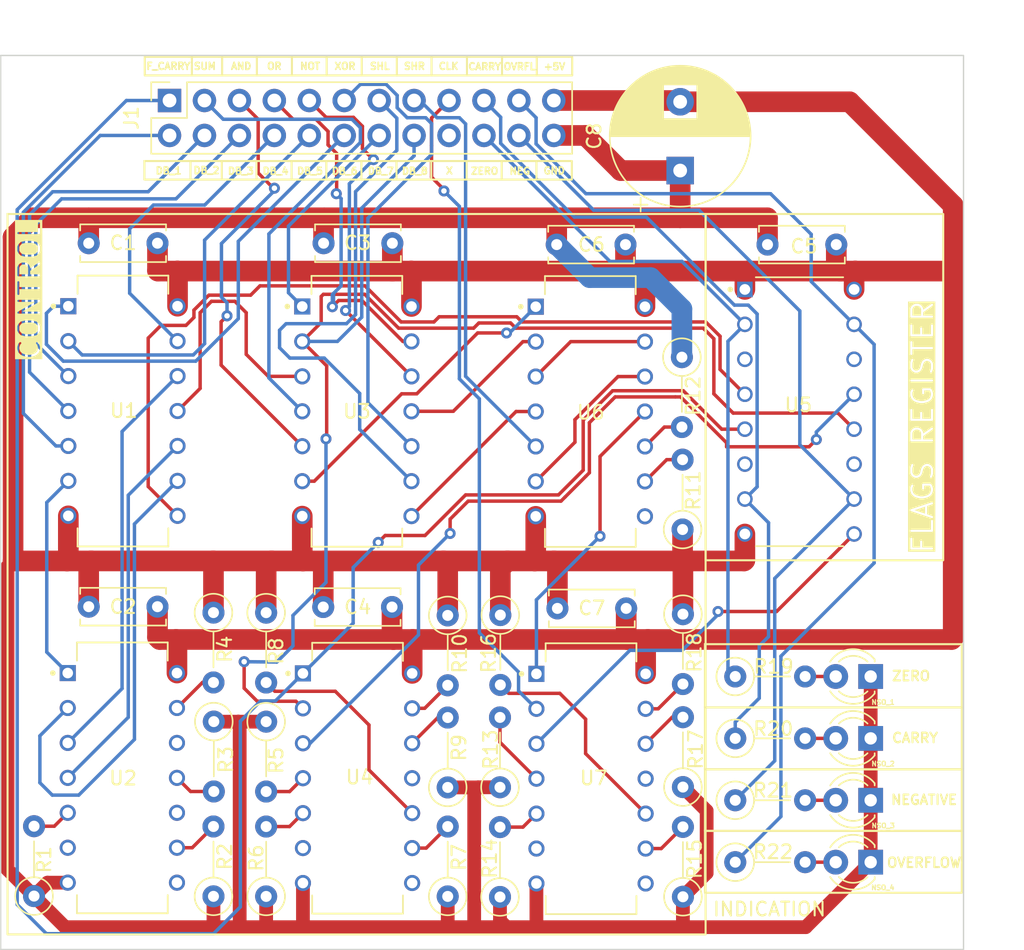
<source format=kicad_pcb>
(kicad_pcb (version 20221018) (generator pcbnew)
  (layers (0 "F.Cu" signal) (31 "B.Cu" signal) (34 "B.Paste" user) (35 "F.Paste" user) (36 "B.SilkS" user "B.Silkscreen") (37 "F.SilkS" user "F.Silkscreen") (38 "B.Mask" user) (39 "F.Mask" user) (44 "Edge.Cuts" user))
  (net 0 "")
  (net 1 "GND")
  (net 2 "+5V")
  (net 3 "/F_CARRY")
  (net 4 "/DB_1")
  (net 5 "/n_SUM_EN")
  (net 6 "/DB_2")
  (net 7 "/n_AND_EN")
  (net 8 "/DB_3")
  (net 9 "/n_OR_EN")
  (net 10 "/DB_4")
  (net 11 "/n_NOT_EN")
  (net 12 "/DB_5")
  (net 13 "/n_XOR_EN")
  (net 14 "/DB_6")
  (net 15 "/n_SHL_EN")
  (net 16 "/DB_7")
  (net 17 "/n_SHR_EN")
  (net 18 "/DB_8")
  (net 19 "/CARRY")
  (net 20 "/ZERO")
  (net 21 "/OVERFLOW")
  (net 22 "/NEGATIVE")
  (net 23 "/CLK")
  (net 24 "Net-(NSO_1-A)")
  (net 25 "Net-(NSO_2-A)")
  (net 26 "Net-(NSO_3-A)")
  (net 27 "Net-(NSO_4-A)")
  (net 28 "Net-(U2-3A)")
  (net 29 "Net-(U2-4A)")
  (net 30 "Net-(U2-5A)")
  (net 31 "Net-(U2-6A)")
  (net 32 "Net-(U4-2A)")
  (net 33 "Net-(U4-2B)")
  (net 34 "Net-(U4-3A)")
  (net 35 "Net-(U4-3B)")
  (net 36 "Net-(U4-4A)")
  (net 37 "Net-(U4-4B)")
  (net 38 "Net-(U6-3A)")
  (net 39 "Net-(U6-3B)")
  (net 40 "Net-(U7-2A)")
  (net 41 "Net-(U7-2B)")
  (net 42 "Net-(U7-3A)")
  (net 43 "Net-(U7-3B)")
  (net 44 "Net-(U7-4A)")
  (net 45 "Net-(U7-4B)")
  (net 46 "O1_O2_O3")
  (net 47 "F_ZERO")
  (net 48 "n_O1_O2_O3")
  (net 49 "n_O4_O5_O6")
  (net 50 "n_O7_O8")
  (net 51 "O4_O5_O6")
  (net 56 "SUM_OR_AND")
  (net 57 "XOR_OR_SHL")
  (net 58 "NOT_OR_OR")
  (net 59 "F_OVERFLOW")
  (net 65 "CLK_FLAGS")
  (net 68 "SUM_OR_AND_OR_NOT_OR_OR")
  (net 69 "XOR_OR_SHL_OR_SHR")
  (net 71 "EN_WRITE_FLAGS")
  (footprint "LED_THT:LED_D3.0mm" (layer "F.Cu") (at 163.4 129.775 180)
    (fp_text reference "NSO_3")
    (fp_text value "LED")
  )
  (footprint "Capacitor_THT:C_Disc_D6.0mm_W2.5mm_P5.00mm" (layer "F.Cu") (at 140.625 115.825)
    (fp_text reference "C7")
    (fp_text value "C")
  )
  (footprint "Resistor_THT:R_Axial_DIN0207_L6.3mm_D2.5mm_P5.08mm_Vertical" (layer "F.Cu") (at 132.65 116.335 -90)
    (fp_text reference "R10")
    (fp_text value "R")
  )
  (footprint "Connector_PinSocket_2.54mm:PinSocket_2x12_P2.54mm_Vertical" (layer "F.Cu") (at 112.425 78.9 90)
    (fp_text reference "J1")
    (fp_text value "Conn_02x12_Odd_Even")
  )
  (footprint "Resistor_THT:R_Axial_DIN0207_L6.3mm_D2.5mm_P5.08mm_Vertical" (layer "F.Cu") (at 136.45 136.805 90)
    (fp_text reference "R14")
    (fp_text value "R")
  )
  (footprint "Resistor_THT:R_Axial_DIN0207_L6.3mm_D2.5mm_P5.08mm_Vertical" (layer "F.Cu") (at 149.75 136.79 90)
    (fp_text reference "R15")
    (fp_text value "R")
  )
  (footprint "Resistor_THT:R_Axial_DIN0207_L6.3mm_D2.5mm_P5.08mm_Vertical" (layer "F.Cu") (at 153.555 129.775)
    (fp_text reference "R21")
    (fp_text value "R")
  )
  (footprint "SN74HC86N:DIP794W45P254L1969H508Q14" (layer "F.Cu") (at 126.095 128.17)
    (fp_text reference "U4")
    (fp_text value "SN74HC86N")
  )
  (footprint "Resistor_THT:R_Axial_DIN0207_L6.3mm_D2.5mm_P5.08mm_Vertical" (layer "F.Cu") (at 149.75 128.815 90)
    (fp_text reference "R17")
    (fp_text value "R")
  )
  (footprint "SN74HC14N:DIP794W45P254L1969H508Q14" (layer "F.Cu") (at 108.995 128.145)
    (fp_text reference "U2")
    (fp_text value "SN74HC14N")
  )
  (footprint "Resistor_THT:R_Axial_DIN0207_L6.3mm_D2.5mm_P5.08mm_Vertical" (layer "F.Cu") (at 102.575 136.74 90)
    (fp_text reference "R1")
    (fp_text value "R")
  )
  (footprint "Capacitor_THT:C_Disc_D6.0mm_W2.5mm_P5.00mm" (layer "F.Cu") (at 106.55 115.7)
    (fp_text reference "C2")
    (fp_text value "C")
  )
  (footprint "Resistor_THT:R_Axial_DIN0207_L6.3mm_D2.5mm_P5.08mm_Vertical" (layer "F.Cu") (at 119.45 124.06 -90)
    (fp_text reference "R5")
    (fp_text value "R")
  )
  (footprint "LED_THT:LED_D3.0mm" (layer "F.Cu") (at 163.4 120.775 180)
    (fp_text reference "NSO_1")
    (fp_text value "LED")
  )
  (footprint "Resistor_THT:R_Axial_DIN0207_L6.3mm_D2.5mm_P5.08mm_Vertical" (layer "F.Cu") (at 136.45 128.83 90)
    (fp_text reference "R13")
    (fp_text value "R")
  )
  (footprint "Capacitor_THT:C_Disc_D6.0mm_W2.5mm_P5.00mm" (layer "F.Cu") (at 123.625 89.275)
    (fp_text reference "C3")
    (fp_text value "C")
  )
  (footprint "Resistor_THT:R_Axial_DIN0207_L6.3mm_D2.5mm_P5.08mm_Vertical" (layer "F.Cu") (at 115.62 136.76 90)
    (fp_text reference "R2")
    (fp_text value "R")
  )
  (footprint "LED_THT:LED_D3.0mm" (layer "F.Cu") (at 163.4 134.275 180)
    (fp_text reference "NSO_4")
    (fp_text value "LED")
  )
  (footprint "Resistor_THT:R_Axial_DIN0207_L6.3mm_D2.5mm_P5.08mm_Vertical" (layer "F.Cu") (at 132.65 136.765 90)
    (fp_text reference "R7")
    (fp_text value "R")
  )
  (footprint "Resistor_THT:R_Axial_DIN0207_L6.3mm_D2.5mm_P5.08mm_Vertical" (layer "F.Cu") (at 153.555 120.775)
    (fp_text reference "R19")
    (fp_text value "R")
  )
  (footprint "Resistor_THT:R_Axial_DIN0207_L6.3mm_D2.5mm_P5.08mm_Vertical" (layer "F.Cu") (at 149.725 110.09 90)
    (fp_text reference "R11")
    (fp_text value "R")
  )
  (footprint "SN74HC32N:DIP794W45P254L1969H508Q14" (layer "F.Cu") (at 143.02 101.51)
    (fp_text reference "U6")
    (fp_text value "SN74HC32N")
  )
  (footprint "SN74HC32N:DIP794W45P254L1969H508Q14" (layer "F.Cu") (at 126.045 101.495)
    (fp_text reference "U3")
    (fp_text value "SN74HC32N")
  )
  (footprint "Resistor_THT:R_Axial_DIN0207_L6.3mm_D2.5mm_P5.08mm_Vertical" (layer "F.Cu") (at 119.45 116.135 -90)
    (fp_text reference "R8")
    (fp_text value "R")
  )
  (footprint "Resistor_THT:R_Axial_DIN0207_L6.3mm_D2.5mm_P5.08mm_Vertical" (layer "F.Cu") (at 115.62 116.13 -90)
    (fp_text reference "R4")
    (fp_text value "R")
  )
  (footprint "Resistor_THT:R_Axial_DIN0207_L6.3mm_D2.5mm_P5.08mm_Vertical" (layer "F.Cu") (at 132.65 128.84 90)
    (fp_text reference "R9")
    (fp_text value "R")
  )
  (footprint "Resistor_THT:R_Axial_DIN0207_L6.3mm_D2.5mm_P5.08mm_Vertical" (layer "F.Cu") (at 136.475 116.31 -90)
    (fp_text reference "R16")
    (fp_text value "R")
  )
  (footprint "Resistor_THT:R_Axial_DIN0207_L6.3mm_D2.5mm_P5.08mm_Vertical" (layer "F.Cu") (at 149.75 116.245 -90)
    (fp_text reference "R18")
    (fp_text value "R")
  )
  (footprint "Capacitor_THT:C_Disc_D6.0mm_W2.5mm_P5.00mm" (layer "F.Cu") (at 140.575 89.375)
    (fp_text reference "C6")
    (fp_text value "C")
  )
  (footprint "SN74HC27N:DIP794W45P254L1969H508Q14" (layer "F.Cu") (at 109.0375 101.475)
    (fp_text reference "U1")
    (fp_text value "SN74HC27N")
  )
  (footprint "Resistor_THT:R_Axial_DIN0207_L6.3mm_D2.5mm_P5.08mm_Vertical" (layer "F.Cu") (at 153.555 125.275)
    (fp_text reference "R20")
    (fp_text value "R")
  )
  (footprint "Capacitor_THT:C_Disc_D6.0mm_W2.5mm_P5.00mm" (layer "F.Cu") (at 155.9 89.375)
    (fp_text reference "C5")
    (fp_text value "C")
  )
  (footprint "Resistor_THT:R_Axial_DIN0207_L6.3mm_D2.5mm_P5.08mm_Vertical" (layer "F.Cu") (at 119.45 136.765 90)
    (fp_text reference "R6")
    (fp_text value "R")
  )
  (footprint "Resistor_THT:R_Axial_DIN0207_L6.3mm_D2.5mm_P5.08mm_Vertical" (layer "F.Cu") (at 149.675 97.56 -90)
    (fp_text reference "R12")
    (fp_text value "R")
  )
  (footprint "SN74HC175N:DIP794W45P254L1969H508Q16" (layer "F.Cu") (at 158.225 101.525)
    (fp_text reference "U5")
    (fp_text value "SN74HC175N")
  )
  (footprint "Capacitor_THT:CP_Radial_D10.0mm_P5.00mm" (layer "F.Cu") (at 149.55 83.992677 90)
    (fp_text reference "C8")
    (fp_text value "C")
  )
  (footprint "SN74HC08N:DIP794W45P254L1969H508Q14" (layer "F.Cu") (at 143.07 128.205)
    (fp_text reference "U7")
    (fp_text value "SN74HC08N")
  )
  (footprint "Resistor_THT:R_Axial_DIN0207_L6.3mm_D2.5mm_P5.08mm_Vertical" (layer "F.Cu") (at 153.555 134.275)
    (fp_text reference "R22")
    (fp_text value "R")
  )
  (footprint "Capacitor_THT:C_Disc_D6.0mm_W2.5mm_P5.00mm" (layer "F.Cu") (at 106.55 89.275)
    (fp_text reference "C1")
    (fp_text value "C")
  )
  (footprint "Resistor_THT:R_Axial_DIN0207_L6.3mm_D2.5mm_P5.08mm_Vertical" (layer "F.Cu") (at 115.645 124.055 -90)
    (fp_text reference "R3")
    (fp_text value "R")
  )
  (footprint "Capacitor_THT:C_Disc_D6.0mm_W2.5mm_P5.00mm" (layer "F.Cu") (at 123.6 115.725)
    (fp_text reference "C4")
    (fp_text value "C")
  )
  (footprint "LED_THT:LED_D3.0mm" (layer "F.Cu") (at 163.4 125.275 180)
    (fp_text reference "NSO_2")
    (fp_text value "LED")
  )
  (gr_line (start 128.925 84.65) (end 128.925 83.35) (stroke (width 0.15)) (layer "F.SilkS"))
  (gr_line (start 118.775 77.05) (end 118.775 75.75) (stroke (width 0.15)) (layer "F.SilkS"))
  (gr_rect (start 110.625 75.725) (end 141.7 77.075) (stroke (width 0.15)) (fill none) (layer "F.SilkS"))
  (gr_line (start 126.4 77.025) (end 126.4 75.725) (stroke (width 0.15)) (layer "F.SilkS"))
  (gr_line (start 134.05 77.025) (end 134.05 75.725) (stroke (width 0.15)) (layer "F.SilkS"))
  (gr_line (start 136.575 84.6) (end 136.575 83.3) (stroke (width 0.15)) (layer "F.SilkS"))
  (gr_line (start 116.25 77.05) (end 116.25 75.75) (stroke (width 0.15)) (layer "F.SilkS"))
  (gr_rect (start 151.35 132) (end 170.025 136.5) (stroke (width 0.15)) (fill none) (layer "F.SilkS"))
  (gr_line (start 139.1 84.625) (end 139.1 83.325) (stroke (width 0.15)) (layer "F.SilkS"))
  (gr_line (start 113.95 83.35) (end 113.95 84.6) (stroke (width 0.15)) (layer "F.SilkS"))
  (gr_rect (start 151.35 123.025) (end 170.025 127.525) (stroke (width 0.15)) (fill none) (layer "F.SilkS"))
  (gr_line (start 131.475 77.05) (end 131.475 75.75) (stroke (width 0.15)) (layer "F.SilkS"))
  (gr_rect (start 151.35 127.525) (end 170.025 132) (stroke (width 0.15)) (fill none) (layer "F.SilkS"))
  (gr_line (start 131.45 84.625) (end 131.45 83.325) (stroke (width 0.15)) (layer "F.SilkS"))
  (gr_rect (start 151.35 118.425) (end 170.025 123.025) (stroke (width 0.15)) (fill none) (layer "F.SilkS"))
  (gr_line (start 116.225 84.625) (end 116.225 83.325) (stroke (width 0.15)) (layer "F.SilkS"))
  (gr_line (start 121.3 84.625) (end 121.3 83.325) (stroke (width 0.15)) (layer "F.SilkS"))
  (gr_line (start 126.375 84.6) (end 126.375 83.3) (stroke (width 0.15)) (layer "F.SilkS"))
  (gr_line (start 136.6 77.025) (end 136.6 75.725) (stroke (width 0.15)) (layer "F.SilkS"))
  (gr_line (start 118.75 84.625) (end 118.75 83.325) (stroke (width 0.15)) (layer "F.SilkS"))
  (gr_line (start 123.85 77.025) (end 123.85 75.725) (stroke (width 0.15)) (layer "F.SilkS"))
  (gr_rect (start 151.4 87.15) (end 168.675 112.325) (stroke (width 0.15)) (fill none) (layer "F.SilkS"))
  (gr_line (start 114.05 75.75) (end 114.05 77.025) (stroke (width 0.15)) (layer "F.SilkS"))
  (gr_line (start 121.325 77.05) (end 121.325 75.75) (stroke (width 0.15)) (layer "F.SilkS"))
  (gr_line (start 134.025 84.6) (end 134.025 83.3) (stroke (width 0.15)) (layer "F.SilkS"))
  (gr_line (start 139.125 77.05) (end 139.125 75.75) (stroke (width 0.15)) (layer "F.SilkS"))
  (gr_line (start 123.825 84.6) (end 123.825 83.3) (stroke (width 0.15)) (layer "F.SilkS"))
  (gr_rect (start 110.6 83.3) (end 141.675 84.65) (stroke (width 0.15)) (fill none) (layer "F.SilkS"))
  (gr_line (start 128.95 77.075) (end 128.95 75.775) (stroke (width 0.15)) (layer "F.SilkS"))
  (gr_rect (start 100.65 87.15) (end 151.4 139.525) (stroke (width 0.15)) (fill none) (layer "F.SilkS"))
  (gr_rect (start 100.15 75.625) (end 170.15 140.625) (stroke (width 0.1)) (fill none) (layer "Edge.Cuts"))
  (gr_text "NOT" (at 121.85 76.7) (layer "F.SilkS") (effects (font (size 0.5 0.5) (thickness 0.125)) (justify left bottom)))
  (gr_text "ZERO" (at 164.875 121.15) (layer "F.SilkS") (effects (font (size 0.7 0.7)) (justify left bottom)))
  (gr_text "X" (at 132.45 84.3) (layer "F.SilkS") (effects (font (size 0.5 0.5) (thickness 0.125)) (justify left bottom)))
  (gr_text "SHL\n" (at 126.925 76.7) (layer "F.SilkS") (effects (font (size 0.5 0.5) (thickness 0.125)) (justify left bottom)))
  (gr_text "INDICATION\n" (at 151.85 138.275) (layer "F.SilkS") (effects (font (size 1 1)) (justify left bottom)))
  (gr_text "AND\n" (at 116.825 76.7) (layer "F.SilkS") (effects (font (size 0.5 0.5) (thickness 0.125)) (justify left bottom)))
  (gr_text "CLK\n" (at 131.925 76.7) (layer "F.SilkS") (effects (font (size 0.5 0.5) (thickness 0.125)) (justify left bottom)))
  (gr_text "F_CARRY" (at 110.675 76.7) (layer "F.SilkS") (effects (font (size 0.5 0.5) (thickness 0.125)) (justify left bottom)))
  (gr_text "DB_5" (at 121.625 84.325) (layer "F.SilkS") (effects (font (size 0.5 0.5) (thickness 0.125)) (justify left bottom)))
  (gr_text "DB_8" (at 129.25 84.325) (layer "F.SilkS") (effects (font (size 0.5 0.5) (thickness 0.125)) (justify left bottom)))
  (gr_text "OVRFL\n" (at 136.65 76.725) (layer "F.SilkS") (effects (font (size 0.5 0.5) (thickness 0.125)) (justify left bottom)))
  (gr_text "DB_4" (at 119.125 84.325) (layer "F.SilkS") (effects (font (size 0.5 0.5) (thickness 0.125)) (justify left bottom)))
  (gr_text "GND" (at 139.55 84.3) (layer "F.SilkS") (effects (font (size 0.5 0.5) (thickness 0.125)) (justify left bottom)))
  (gr_text "XOR" (at 124.35 76.7) (layer "F.SilkS") (effects (font (size 0.5 0.5) (thickness 0.125)) (justify left bottom)))
  (gr_text "CARRY\n" (at 134.075 76.725) (layer "F.SilkS") (effects (font (size 0.5 0.5) (thickness 0.125)) (justify left bottom)))
  (gr_text "+5V\n" (at 139.575 76.725) (layer "F.SilkS") (effects (font (size 0.5 0.5) (thickness 0.125)) (justify left bottom)))
  (gr_text "DB_3\n" (at 116.6 84.325) (layer "F.SilkS") (effects (font (size 0.5 0.5) (thickness 0.125)) (justify left bottom)))
  (gr_text "OR" (at 119.45 76.7) (layer "F.SilkS") (effects (font (size 0.5 0.5) (thickness 0.125)) (justify left bottom)))
  (gr_text "SUM" (at 114.125 76.7) (layer "F.SilkS") (effects (font (size 0.5 0.5) (thickness 0.125)) (justify left bottom)))
  (gr_text "CARRY\n" (at 164.875 125.65) (layer "F.SilkS") (effects (font (size 0.7 0.7)) (justify left bottom)))
  (gr_text "DB_6" (at 124.15 84.325) (layer "F.SilkS") (effects (font (size 0.5 0.5) (thickness 0.125)) (justify left bottom)))
  (gr_text "DB_2\n" (at 114.1 84.275) (layer "F.SilkS") (effects (font (size 0.5 0.5) (thickness 0.125)) (justify left bottom)))
  (gr_text "OVERFLOW\n" (at 164.5 134.725) (layer "F.SilkS") (effects (font (size 0.7 0.7)) (justify left bottom)))
  (gr_text "CONTROL" (at 103.125 97.85 90) (layer "F.SilkS" knockout) (effects (font (size 1.5 1.5)) (justify left bottom)))
  (gr_text "SHR" (at 129.4 76.7) (layer "F.SilkS") (effects (font (size 0.5 0.5) (thickness 0.125)) (justify left bottom)))
  (gr_text "NEG" (at 137.075 84.325) (layer "F.SilkS") (effects (font (size 0.5 0.5) (thickness 0.125)) (justify left bottom)))
  (gr_text "DB_1" (at 111.35 84.3) (layer "F.SilkS") (effects (font (size 0.5 0.5) (thickness 0.125)) (justify left bottom)))
  (gr_text "DB_7" (at 126.775 84.325) (layer "F.SilkS") (effects (font (size 0.5 0.5) (thickness 0.125)) (justify left bottom)))
  (gr_text "FLAGS REGISTER" (at 168.05 111.925 90) (layer "F.SilkS" knockout) (effects (font (size 1.5 1.5)) (justify left bottom)))
  (gr_text "NEGATIVE\n" (at 164.8 130.15) (layer "F.SilkS") (effects (font (size 0.7 0.7)) (justify left bottom)))
  (gr_text "ZERO\n" (at 134.275 84.325) (layer "F.SilkS") (effects (font (size 0.5 0.5) (thickness 0.125)) (justify left bottom)))
  (segment (start 149.55 87.425) (end 155.875 87.425) (width 1.5) (layer "F.Cu") (net 1))
  (segment (start 106.725 112.375) (end 115.6 112.375) (width 1.5) (layer "F.Cu") (net 1))
  (segment (start 104.975 112.375) (end 105.0675 112.2825) (width 1.5) (layer "F.Cu") (net 1))
  (segment (start 119.25 139) (end 122.25 139) (width 1) (layer "F.Cu") (net 1))
  (segment (start 117.525 138.725) (end 117.525 124.16) (width 1) (layer "F.Cu") (net 1))
  (segment (start 115.6 112.375) (end 115.62 112.395) (width 1.5) (layer "F.Cu") (net 1))
  (segment (start 154.2 112.375) (end 154.255 112.32) (width 1.5) (layer "F.Cu") (net 1))
  (segment (start 119.85 112.375) (end 122.125 112.375) (width 1.5) (layer "F.Cu") (net 1))
  (segment (start 149.75 112.45) (end 149.75 116.245) (width 1.5) (layer "F.Cu") (net 1))
  (segment (start 119.25 139) (end 119.45 138.8) (width 1) (layer "F.Cu") (net 1))
  (segment (start 100.65 112.775) (end 100.65 134.815) (width 1) (layer "F.Cu") (net 1))
  (segment (start 138.975 112.375) (end 139.05 112.3) (width 1.5) (layer "F.Cu") (net 1))
  (segment (start 137 112.375) (end 136.475 112.9) (width 1.5) (layer "F.Cu") (net 1))
  (segment (start 132.35 112.375) (end 132.65 112.675) (width 1.5) (layer "F.Cu") (net 1))
  (segment (start 134.65 129.025) (end 134.845 128.83) (width 1) (layer "F.Cu") (net 1))
  (segment (start 149.825 112.375) (end 154.2 112.375) (width 1.5) (layer "F.Cu") (net 1))
  (segment (start 122.075 112.325) (end 122.075 109.115) (width 1.5) (layer "F.Cu") (net 1))
  (segment (start 140.575 87.425) (end 149.55 87.425) (width 1.5) (layer "F.Cu") (net 1))
  (segment (start 134.845 128.83) (end 136.45 128.83) (width 1) (layer "F.Cu") (net 1))
  (segment (start 149.825 112.375) (end 149.725 112.275) (width 1.5) (layer "F.Cu") (net 1))
  (segment (start 104.835 139) (end 115.65 139) (width 1) (layer "F.Cu") (net 1))
  (segment (start 136.475 112.9) (end 136.475 116.31) (width 1.5) (layer "F.Cu") (net 1))
  (segment (start 132.35 112.375) (end 137 112.375) (width 1.5) (layer "F.Cu") (net 1))
  (segment (start 119.45 124.06) (end 117.425 124.06) (width 1) (layer "F.Cu") (net 1))
  (segment (start 134.575 138.9) (end 134.575 129.1) (width 1) (layer "F.Cu") (net 1))
  (segment (start 149.725 112.275) (end 149.725 110.09) (width 1.5) (layer "F.Cu") (net 1))
  (segment (start 132.65 112.675) (end 132.65 116.335) (width 1.5) (layer "F.Cu") (net 1))
  (segment (start 106.55 87.425) (end 102.45 87.425) (width 1.5) (layer "F.Cu") (net 1))
  (segment (start 115.6 112.375) (end 119.85 112.375) (width 1.5) (layer "F.Cu") (net 1))
  (segment (start 149.55 83.992677) (end 149.55 87.425) (width 1.5) (layer "F.Cu") (net 1))
  (segment (start 140.575 87.425) (end 123.675 87.425) (width 1.5) (layer "F.Cu") (net 1))
  (segment (start 139.05 112.3) (end 139.05 109.13) (width 1.5) (layer "F.Cu") (net 1))
  (segment (start 106.55 87.425) (end 106.55 89.275) (width 1.5) (layer "F.Cu") (net 1))
  (segment (start 151.475 130.54) (end 149.75 128.815) (width 1) (layer "F.Cu") (net 1))
  (segment (start 140.365 81.44) (end 142.665 81.44) (width 1.5) (layer "F.Cu") (net 1))
  (segment (start 134.835 128.84) (end 132.65 128.84) (width 1) (layer "F.Cu") (net 1))
  (segment (start 149.775 139) (end 158.675 139) (width 1) (layer "F.Cu") (net 1))
  (segment (start 139.25 139) (end 149.775 139) (width 1) (layer "F.Cu") (net 1))
  (segment (start 102.575 136.74) (end 103.55 135.765) (width 1) (layer "F.Cu") (net 1))
  (segment (start 132.525 139) (end 134.675 139) (width 1) (layer "F.Cu") (net 1))
  (segment (start 140.625 112.625) (end 140.625 115.825) (width 1.5) (layer "F.Cu") (net 1))
  (segment (start 155.9 87.45) (end 155.9 89.375) (width 1.5) (layer "F.Cu") (net 1))
  (segment (start 122.25 139) (end 122.125 138.875) (width 1) (layer "F.Cu") (net 1))
  (segment (start 149.775 139) (end 149.75 138.975) (width 1) (layer "F.Cu") (net 1))
  (segment (start 117.425 124.06) (end 115.65 124.06) (width 1) (layer "F.Cu") (net 1))
  (segment (start 158.675 139) (end 163.4 134.275) (width 1) (layer "F.Cu") (net 1))
  (segment (start 119.85 112.375) (end 119.45 112.775) (width 1.5) (layer "F.Cu") (net 1))
  (segment (start 163.4 129.775) (end 163.4 125.275) (width 1) (layer "F.Cu") (net 1))
  (segment (start 100.65 134.815) (end 102.575 136.74) (width 1) (layer "F.Cu") (net 1))
  (segment (start 115.65 139) (end 117.8 139) (width 1) (layer "F.Cu") (net 1))
  (segment (start 115.62 138.97) (end 115.62 136.76) (width 1) (layer "F.Cu") (net 1))
  (segment (start 122.125 112.375) (end 123.7 112.375) (width 1.5) (layer "F.Cu") (net 1))
  (segment (start 117.8 139) (end 119.25 139) (width 1) (layer "F.Cu") (net 1))
  (segment (start 105.0675 112.2825) (end 105.0675 109.095) (width 1.5) (layer "F.Cu") (net 1))
  (segment (start 123.625 87.475) (end 123.625 89.275) (width 1.5) (layer "F.Cu") (net 1))
  (segment (start 138.975 112.375) (end 140.375 112.375) (width 1.5) (layer "F.Cu") (net 1))
  (segment (start 115.62 112.395) (end 115.62 116.13) (width 1.5) (layer "F.Cu") (net 1))
  (segment (start 134.65 129.025) (end 134.835 128.84) (width 1) (layer "F.Cu") (net 1))
  (segment (start 134.575 129.1) (end 134.65 129.025) (width 1) (layer "F.Cu") (net 1))
  (segment (start 104.975 112.375) (end 106.725 112.375) (width 1.5) (layer "F.Cu") (net 1))
  (segment (start 122.125 138.875) (end 122.125 135.79) (width 1) (layer "F.Cu") (net 1))
  (segment (start 117.8 139) (end 117.525 138.725) (width 1) (layer "F.Cu") (net 1))
  (segment (start 123.7 112.375) (end 132.35 112.375) (width 1.5) (layer "F.Cu") (net 1))
  (segment (start 149.75 138.975) (end 149.75 136.79) (width 1) (layer "F.Cu") (net 1))
  (segment (start 102.45 87.425) (end 101.05 88.825) (width 1.5) (layer "F.Cu") (net 1))
  (segment (start 163.4 134.275) (end 163.4 129.775) (width 1) (layer "F.Cu") (net 1))
  (segment (start 101.05 112.375) (end 104.975 112.375) (width 1.5) (layer "F.Cu") (net 1))
  (segment (start 149.825 112.375) (end 149.75 112.45) (width 1.5) (layer "F.Cu") (net 1))
  (segment (start 154.255 112.32) (end 154.255 110.415) (width 1.5) (layer "F.Cu") (net 1))
  (segment (start 140.375 112.375) (end 140.625 112.625) (width 1.5) (layer "F.Cu") (net 1))
  (segment (start 123.7 112.375) (end 123.6 112.475) (width 1.5) (layer "F.Cu") (net 1))
  (segment (start 122.125 112.375) (end 122.075 112.325) (width 1.5) (layer "F.Cu") (net 1))
  (segment (start 101.05 88.825) (end 101.05 112.375) (width 1.5) (layer "F.Cu") (net 1))
  (segment (start 132.525 139) (end 132.65 138.875) (width 1) (layer "F.Cu") (net 1))
  (segment (start 102.575 136.74) (end 104.835 139) (width 1) (layer "F.Cu") (net 1))
  (segment (start 136.45 138.525) (end 136.45 136.805) (width 1) (layer "F.Cu") (net 1))
  (segment (start 123.6 112.475) (end 123.6 115.725) (width 1.5) (layer "F.Cu") (net 1))
  (segment (start 117.525 124.16) (end 117.425 124.06) (width 1) (layer "F.Cu") (net 1))
  (segment (start 140.575 87.425) (end 140.575 89.375) (width 1.5) (layer "F.Cu") (net 1))
  (segment (start 155.875 87.425) (end 155.9 87.45) (width 1.5) (layer "F.Cu") (net 1))
  (segment (start 132.65 138.875) (end 132.65 136.765) (width 1) (layer "F.Cu") (net 1))
  (segment (start 103.55 135.765) (end 105.025 135.765) (width 1) (layer "F.Cu") (net 1))
  (segment (start 139.25 139) (end 139.1 138.85) (width 1) (layer "F.Cu") (net 1))
  (segment (start 123.675 87.425) (end 106.55 87.425) (width 1.5) (layer "F.Cu") (net 1))
  (segment (start 106.55 112.55) (end 106.55 115.7) (width 1.5) (layer "F.Cu") (net 1))
  (segment (start 142.665 81.44) (end 145.217677 83.992677) (width 1.5) (layer "F.Cu") (net 1))
  (segment (start 134.675 139) (end 136.925 139) (width 1) (layer "F.Cu") (net 1))
  (segment (start 119.45 112.775) (end 119.45 116.135) (width 1.5) (layer "F.Cu") (net 1))
  (segment (start 151.475 135.065) (end 151.475 130.54) (width 1) (layer "F.Cu") (net 1))
  (segment (start 106.725 112.375) (end 106.55 112.55) (width 1.5) (layer "F.Cu") (net 1))
  (segment (start 136.925 139) (end 139.25 139) (width 1) (layer "F.Cu") (net 1))
  (segment (start 145.217677 83.992677) (end 149.55 83.992677) (width 1.5) (layer "F.Cu") (net 1))
  (segment (start 115.65 124.06) (end 115.645 124.055) (width 1) (layer "F.Cu") (net 1))
  (segment (start 139.1 138.85) (end 139.1 135.825) (width 1) (layer "F.Cu") (net 1))
  (segment (start 119.45 138.8) (end 119.45 136.765) (width 1) (layer "F.Cu") (net 1))
  (segment (start 149.75 136.79) (end 151.475 135.065) (width 1) (layer "F.Cu") (net 1))
  (segment (start 134.675 139) (end 134.575 138.9) (width 1) (layer "F.Cu") (net 1))
  (segment (start 123.675 87.425) (end 123.625 87.475) (width 1.5) (layer "F.Cu") (net 1))
  (segment (start 101.05 112.375) (end 100.65 112.775) (width 1) (layer "F.Cu") (net 1))
  (segment (start 137 112.375) (end 138.975 112.375) (width 1.5) (layer "F.Cu") (net 1))
  (segment (start 163.4 125.275) (end 163.4 120.775) (width 1) (layer "F.Cu") (net 1))
  (segment (start 140.375 112.375) (end 149.825 112.375) (width 1.5) (layer "F.Cu") (net 1))
  (segment (start 115.65 139) (end 115.62 138.97) (width 1) (layer "F.Cu") (net 1))
  (segment (start 122.25 139) (end 132.525 139) (width 1) (layer "F.Cu") (net 1))
  (segment (start 136.925 139) (end 136.45 138.525) (width 1) (layer "F.Cu") (net 1))
  (segment (start 149.675 94.05) (end 149.675 97.56) (width 1.5) (layer "B.Cu") (net 1))
  (segment (start 147.4 91.775) (end 149.675 94.05) (width 1.5) (layer "B.Cu") (net 1))
  (segment (start 142.975 91.775) (end 147.4 91.775) (width 1.5) (layer "B.Cu") (net 1))
  (segment (start 140.575 89.375) (end 142.975 91.775) (width 1.5) (layer "B.Cu") (net 1))
  (segment (start 112.9 118.085) (end 111.71 118.085) (width 1.5) (layer "F.Cu") (net 2))
  (segment (start 130.1 118.085) (end 128.7 118.085) (width 1.5) (layer "F.Cu") (net 2))
  (segment (start 154.255 92.635) (end 154.255 91.445) (width 1.5) (layer "F.Cu") (net 2))
  (segment (start 154.255 91.445) (end 154.4 91.3) (width 0.25) (layer "F.Cu") (net 2))
  (segment (start 111.55 117.925) (end 111.55 115.7) (width 1.5) (layer "F.Cu") (net 2))
  (segment (start 145.575 91.225) (end 145.575 89.375) (width 1.5) (layer "F.Cu") (net 2))
  (segment (start 161.2 91.3) (end 160.9 91) (width 1.5) (layer "F.Cu") (net 2))
  (segment (start 111.575 91.3) (end 111.55 91.275) (width 1.5) (layer "F.Cu") (net 2))
  (segment (start 162.275 91.3) (end 162.195 91.38) (width 1.5) (layer "F.Cu") (net 2))
  (segment (start 113 91.3) (end 113.0075 91.3075) (width 1.5) (layer "F.Cu") (net 2))
  (segment (start 130.015 91.315) (end 130.015 93.875) (width 1.5) (layer "F.Cu") (net 2))
  (segment (start 169.4 91.3) (end 169.4 117.975) (width 1.5) (layer "F.Cu") (net 2))
  (segment (start 169.4 91.3) (end 162.275 91.3) (width 1.5) (layer "F.Cu") (net 2))
  (segment (start 147.2 118.085) (end 147.04 118.245) (width 1.5) (layer "F.Cu") (net 2))
  (segment (start 147.2 118.085) (end 145.7 118.085) (width 1.5) (layer "F.Cu") (net 2))
  (segment (start 145.625 118.01) (end 145.625 115.825) (width 1.5) (layer "F.Cu") (net 2))
  (segment (start 145.7 118.085) (end 130.1 118.085) (width 1.5) (layer "F.Cu") (net 2))
  (segment (start 113 91.3) (end 111.575 91.3) (width 1.5) (layer "F.Cu") (net 2))
  (segment (start 128.7 118.085) (end 128.6 117.985) (width 1.5) (layer "F.Cu") (net 2))
  (segment (start 160.9 91) (end 160.9 89.375) (width 1.5) (layer "F.Cu") (net 2))
  (segment (start 145.7 118.085) (end 145.625 118.01) (width 1.5) (layer "F.Cu") (net 2))
  (segment (start 169.4 86.525) (end 169.4 91.3) (width 1.5) (layer "F.Cu") (net 2))
  (segment (start 130 91.3) (end 130.015 91.315) (width 1.5) (layer "F.Cu") (net 2))
  (segment (start 128.625 91.3) (end 128.625 89.275) (width 1.5) (layer "F.Cu") (net 2))
  (segment (start 169.29 118.085) (end 147.2 118.085) (width 1.5) (layer "F.Cu") (net 2))
  (segment (start 111.55 91.275) (end 111.55 89.275) (width 1.5) (layer "F.Cu") (net 2))
  (segment (start 113.0075 91.3075) (end 113.0075 93.855) (width 1.5) (layer "F.Cu") (net 2))
  (segment (start 161.2 91.3) (end 154.4 91.3) (width 1.5) (layer "F.Cu") (net 2))
  (segment (start 112.9 118.085) (end 112.965 118.15) (width 1.5) (layer "F.Cu") (net 2))
  (segment (start 147.04 118.245) (end 147.04 120.585) (width 1.5) (layer "F.Cu") (net 2))
  (segment (start 162.195 91.38) (end 162.195 92.635) (width 1.5) (layer "F.Cu") (net 2))
  (segment (start 169.4 117.975) (end 169.29 118.085) (width 1.5) (layer "F.Cu") (net 2))
  (segment (start 146.99 91.365) (end 146.99 93.89) (width 1.5) (layer "F.Cu") (net 2))
  (segment (start 130.065 118.12) (end 130.065 120.55) (width 1.5) (layer "F.Cu") (net 2))
  (segment (start 162.275 91.3) (end 161.2 91.3) (width 1.5) (layer "F.Cu") (net 2))
  (segment (start 154.4 91.3) (end 146.925 91.3) (width 1.5) (layer "F.Cu") (net 2))
  (segment (start 130.1 118.085) (end 130.065 118.12) (width 1.5) (layer "F.Cu") (net 2))
  (segment (start 130 91.3) (end 128.625 91.3) (width 1.5) (layer "F.Cu") (net 2))
  (segment (start 112.965 118.15) (end 112.965 120.525) (width 1.5) (layer "F.Cu") (net 2))
  (segment (start 149.457323 78.9) (end 149.55 78.992677) (width 1.5) (layer "F.Cu") (net 2))
  (segment (start 145.65 91.3) (end 130 91.3) (width 1.5) (layer "F.Cu") (net 2))
  (segment (start 111.71 118.085) (end 111.55 117.925) (width 1.5) (layer "F.Cu") (net 2))
  (segment (start 140.365 78.9) (end 149.457323 78.9) (width 1.5) (layer "F.Cu") (net 2))
  (segment (start 161.867677 78.992677) (end 169.4 86.525) (width 1.5) (layer "F.Cu") (net 2))
  (segment (start 128.7 118.085) (end 112.9 118.085) (width 1.5) (layer "F.Cu") (net 2))
  (segment (start 149.55 78.992677) (end 161.867677 78.992677) (width 1.5) (layer "F.Cu") (net 2))
  (segment (start 146.925 91.3) (end 146.99 91.365) (width 1.5) (layer "F.Cu") (net 2))
  (segment (start 146.925 91.3) (end 145.65 91.3) (width 1.5) (layer "F.Cu") (net 2))
  (segment (start 128.625 91.3) (end 113 91.3) (width 1.5) (layer "F.Cu") (net 2))
  (segment (start 145.65 91.3) (end 145.575 91.225) (width 1.5) (layer "F.Cu") (net 2))
  (segment (start 128.6 117.985) (end 128.6 115.725) (width 1.5) (layer "F.Cu") (net 2))
  (segment (start 152.57 102.795) (end 154.255 102.795) (width 0.25) (layer "F.Cu") (net 3))
  (segment (start 131 110.525) (end 133.95 107.575) (width 0.25) (layer "F.Cu") (net 3))
  (segment (start 142.5 105.775) (end 142.5 102.136396) (width 0.25) (layer "F.Cu") (net 3))
  (segment (start 133.95 107.575) (end 140.7 107.575) (width 0.25) (layer "F.Cu") (net 3))
  (segment (start 127.6 111.0255) (end 128.1005 110.525) (width 0.25) (layer "F.Cu") (net 3))
  (segment (start 140.7 107.575) (end 142.5 105.775) (width 0.25) (layer "F.Cu") (net 3))
  (segment (start 142.5 102.136396) (end 144.636396 100) (width 0.25) (layer "F.Cu") (net 3))
  (segment (start 149.775 100) (end 152.57 102.795) (width 0.25) (layer "F.Cu") (net 3))
  (segment (start 128.1005 110.525) (end 131 110.525) (width 0.25) (layer "F.Cu") (net 3))
  (segment (start 144.636396 100) (end 149.775 100) (width 0.25) (layer "F.Cu") (net 3))
  (via (at 127.6 111.0255) (size 0.8) (drill 0.4) (layers "F.Cu" "B.Cu") (net 3))
  (segment (start 101.35 137.35) (end 103.475 139.475) (width 0.25) (layer "B.Cu") (net 3))
  (segment (start 103.475 139.475) (end 115.625 139.475) (width 0.25) (layer "B.Cu") (net 3))
  (segment (start 120.125 122.55) (end 122.125 120.55) (width 0.25) (layer "B.Cu") (net 3))
  (segment (start 112.425 78.9) (end 109.288604 78.9) (width 0.25) (layer "B.Cu") (net 3))
  (segment (start 101.35 86.838604) (end 101.35 137.35) (width 0.25) (layer "B.Cu") (net 3))
  (segment (start 125.775 112.8505) (end 125.775 116.9) (width 0.25) (layer "B.Cu") (net 3))
  (segment (start 127.6 111.0255) (end 125.775 112.8505) (width 0.25) (layer "B.Cu") (net 3))
  (segment (start 125.775 116.9) (end 122.125 120.55) (width 0.25) (layer "B.Cu") (net 3))
  (segment (start 115.625 139.475) (end 117.575 137.525) (width 0.25) (layer "B.Cu") (net 3))
  (segment (start 117.575 137.525) (end 117.575 124.025) (width 0.25) (layer "B.Cu") (net 3))
  (segment (start 117.575 124.025) (end 119.05 122.55) (width 0.25) (layer "B.Cu") (net 3))
  (segment (start 109.288604 78.9) (end 101.35 86.838604) (width 0.25) (layer "B.Cu") (net 3))
  (segment (start 119.05 122.55) (end 120.125 122.55) (width 0.25) (layer "B.Cu") (net 3))
  (segment (start 104.165 104.015) (end 105.0675 104.015) (width 0.25) (layer "B.Cu") (net 4))
  (segment (start 107.385 81.44) (end 101.8 87.025) (width 0.25) (layer "B.Cu") (net 4))
  (segment (start 101.8 101.65) (end 104.165 104.015) (width 0.25) (layer "B.Cu") (net 4))
  (segment (start 101.8 87.025) (end 101.8 101.65) (width 0.25) (layer "B.Cu") (net 4))
  (segment (start 112.425 81.44) (end 107.385 81.44) (width 0.25) (layer "B.Cu") (net 4))
  (segment (start 126.3 81.95) (end 119.65 88.6) (width 0.25) (layer "B.Cu") (net 5))
  (segment (start 114.965 78.9) (end 116.33 80.265) (width 0.25) (layer "B.Cu") (net 5))
  (segment (start 125.69 80.265) (end 126.3 80.875) (width 0.25) (layer "B.Cu") (net 5))
  (segment (start 116.33 80.265) (end 125.69 80.265) (width 0.25) (layer "B.Cu") (net 5))
  (segment (start 126.3 80.875) (end 126.3 81.95) (width 0.25) (layer "B.Cu") (net 5))
  (segment (start 119.65 88.6) (end 119.65 99.07) (width 0.25) (layer "B.Cu") (net 5))
  (segment (start 119.65 99.07) (end 122.075 101.495) (width 0.25) (layer "B.Cu") (net 5))
  (segment (start 102.25 98.6575) (end 105.0675 101.475) (width 0.25) (layer "B.Cu") (net 6))
  (segment (start 103.930698 85.530698) (end 102.25 87.211396) (width 0.25) (layer "B.Cu") (net 6))
  (segment (start 114.965 81.44) (end 110.874302 85.530698) (width 0.25) (layer "B.Cu") (net 6))
  (segment (start 110.874302 85.530698) (end 103.930698 85.530698) (width 0.25) (layer "B.Cu") (net 6))
  (segment (start 102.25 87.211396) (end 102.25 98.6575) (width 0.25) (layer "B.Cu") (net 6))
  (segment (start 120.05 85.35) (end 120.05 85.35) (width 0.25) (layer "F.Cu") (net 7))
  (segment (start 116.605899 94.555899) (end 116.175 94.986798) (width 0.25) (layer "F.Cu") (net 7))
  (segment (start 120.05 85.275) (end 120.05 85.35) (width 0.25) (layer "F.Cu") (net 7))
  (segment (start 119.975 85.275) (end 120.05 85.275) (width 0.25) (layer "F.Cu") (net 7))
  (segment (start 118.87 84.17) (end 119.975 85.275) (width 0.25) (layer "F.Cu") (net 7))
  (segment (start 116.175 94.986798) (end 116.175 98.135) (width 0.25) (layer "F.Cu") (net 7))
  (segment (start 117.505 78.9) (end 118.87 80.265) (width 0.25) (layer "F.Cu") (net 7))
  (segment (start 116.175 98.135) (end 122.075 104.035) (width 0.25) (layer "F.Cu") (net 7))
  (segment (start 118.87 80.265) (end 118.87 84.17) (width 0.25) (layer "F.Cu") (net 7))
  (via (at 120.05 85.275) (size 0.8) (drill 0.4) (layers "F.Cu" "B.Cu") (net 7))
  (via (at 116.605899 94.555899) (size 0.8) (drill 0.4) (layers "F.Cu" "B.Cu") (net 7))
  (segment (start 116.2 89.3) (end 120.05 85.45) (width 0.25) (layer "B.Cu") (net 7))
  (segment (start 116.605899 94.555899) (end 116.605899 93.605899) (width 0.25) (layer "B.Cu") (net 7))
  (segment (start 116.2 93.2) (end 116.2 89.3) (width 0.25) (layer "B.Cu") (net 7))
  (segment (start 120.05 85.45) (end 120.05 85.275) (width 0.25) (layer "B.Cu") (net 7))
  (segment (start 116.605899 93.605899) (end 116.2 93.2) (width 0.25) (layer "B.Cu") (net 7))
  (segment (start 102.7 96.5675) (end 105.0675 98.935) (width 0.25) (layer "B.Cu") (net 8))
  (segment (start 104.575 86.05) (end 102.7 87.925) (width 0.25) (layer "B.Cu") (net 8))
  (segment (start 112.895 86.05) (end 104.575 86.05) (width 0.25) (layer "B.Cu") (net 8))
  (segment (start 117.505 81.44) (end 112.895 86.05) (width 0.25) (layer "B.Cu") (net 8))
  (segment (start 102.7 87.925) (end 102.7 96.5675) (width 0.25) (layer "B.Cu") (net 8))
  (segment (start 124.716283 93.439502) (end 126.414502 93.439502) (width 0.25) (layer "F.Cu") (net 9))
  (segment (start 120.045 78.9) (end 121.41 80.265) (width 0.25) (layer "F.Cu") (net 9))
  (segment (start 124.262502 93.893283) (end 124.716283 93.439502) (width 0.25) (layer "F.Cu") (net 9))
  (segment (start 126.414502 93.439502) (end 129.39 96.415) (width 0.25) (layer "F.Cu") (net 9))
  (segment (start 123.95 81.143299) (end 123.95 82.125) (width 0.25) (layer "F.Cu") (net 9))
  (segment (start 121.41 80.265) (end 123.071701 80.265) (width 0.25) (layer "F.Cu") (net 9))
  (segment (start 129.39 96.415) (end 130.015 96.415) (width 0.25) (layer "F.Cu") (net 9))
  (segment (start 123.95 82.125) (end 124 82.175) (width 0.25) (layer "F.Cu") (net 9))
  (segment (start 124 82.175) (end 124.575 82.75) (width 0.25) (layer "F.Cu") (net 9))
  (segment (start 124.575 82.75) (end 124.575 85.65) (width 0.25) (layer "F.Cu") (net 9))
  (segment (start 124.575 85.7) (end 124.575 85.725) (width 0.25) (layer "F.Cu") (net 9))
  (segment (start 124.575 85.65) (end 124.55 85.675) (width 0.25) (layer "F.Cu") (net 9))
  (segment (start 124.55 85.675) (end 124.575 85.7) (width 0.25) (layer "F.Cu") (net 9))
  (segment (start 123.071701 80.265) (end 123.95 81.143299) (width 0.25) (layer "F.Cu") (net 9))
  (via (at 124.262502 93.893283) (size 0.8) (drill 0.4) (layers "F.Cu" "B.Cu") (net 9))
  (via (at 124.55 85.675) (size 0.8) (drill 0.4) (layers "F.Cu" "B.Cu") (net 9))
  (segment (start 124.262502 93.893283) (end 124.35 93.805785) (width 0.25) (layer "B.Cu") (net 9))
  (segment (start 124.262502 93.012498) (end 124.9 92.375) (width 0.25) (layer "B.Cu") (net 9))
  (segment (start 124.262502 93.893283) (end 124.262502 93.012498) (width 0.25) (layer "B.Cu") (net 9))
  (segment (start 124.9 86.025) (end 124.55 85.675) (width 0.25) (layer "B.Cu") (net 9))
  (segment (start 124.9 92.375) (end 124.9 86.025) (width 0.25) (layer "B.Cu") (net 9))
  (segment (start 124.35 93.805785) (end 124.35 92.925) (width 0.25) (layer "B.Cu") (net 9))
  (segment (start 114.985 86.5) (end 111.25 86.5) (width 0.25) (layer "B.Cu") (net 10))
  (segment (start 109.525 92.9125) (end 113.0075 96.395) (width 0.25) (layer "B.Cu") (net 10))
  (segment (start 111.25 86.5) (end 109.525 88.225) (width 0.25) (layer "B.Cu") (net 10))
  (segment (start 109.525 88.225) (end 109.525 92.9125) (width 0.25) (layer "B.Cu") (net 10))
  (segment (start 120.045 81.44) (end 114.985 86.5) (width 0.25) (layer "B.Cu") (net 10))
  (segment (start 123.81 80.125) (end 122.585 78.9) (width 0.25) (layer "F.Cu") (net 11))
  (segment (start 125.8 80.125) (end 123.81 80.125) (width 0.25) (layer "F.Cu") (net 11))
  (segment (start 126.45 82.4) (end 126.45 80.775) (width 0.25) (layer "F.Cu") (net 11))
  (segment (start 127.250201 83.200201) (end 126.45 82.4) (width 0.25) (layer "F.Cu") (net 11))
  (segment (start 126.45 80.775) (end 125.8 80.125) (width 0.25) (layer "F.Cu") (net 11))
  (segment (start 125.224502 94.164502) (end 130.015 98.955) (width 0.25) (layer "F.Cu") (net 11))
  (via (at 127.250201 83.200201) (size 0.8) (drill 0.4) (layers "F.Cu" "B.Cu") (net 11))
  (via (at 125.224502 94.164502) (size 0.8) (drill 0.4) (layers "F.Cu" "B.Cu") (net 11))
  (segment (start 125.5 93.889004) (end 125.5 84.950402) (width 0.25) (layer "B.Cu") (net 11))
  (segment (start 125.224502 94.164502) (end 125.5 93.889004) (width 0.25) (layer "B.Cu") (net 11))
  (segment (start 125.5 84.950402) (end 127.250201 83.200201) (width 0.25) (layer "B.Cu") (net 11))
  (segment (start 106.0725 97.4) (end 105.0675 96.395) (width 0.25) (layer "B.Cu") (net 12))
  (segment (start 114.975 89.05) (end 114.975 96.575) (width 0.25) (layer "B.Cu") (net 12))
  (segment (start 114.975 96.575) (end 114.15 97.4) (width 0.25) (layer "B.Cu") (net 12))
  (segment (start 114.15 97.4) (end 106.0725 97.4) (width 0.25) (layer "B.Cu") (net 12))
  (segment (start 122.585 81.44) (end 114.975 89.05) (width 0.25) (layer "B.Cu") (net 12))
  (segment (start 128.975 79.425) (end 129.7 80.15) (width 0.25) (layer "B.Cu") (net 13))
  (segment (start 128.175 77.725) (end 128.975 78.525) (width 0.25) (layer "B.Cu") (net 13))
  (segment (start 131.475 80.575) (end 131.475 82.825) (width 0.25) (layer "B.Cu") (net 13))
  (segment (start 126.85 87.45) (end 126.85 100.87) (width 0.25) (layer "B.Cu") (net 13))
  (segment (start 131.475 82.825) (end 126.85 87.45) (width 0.25) (layer "B.Cu") (net 13))
  (segment (start 129.7 80.15) (end 131.05 80.15) (width 0.25) (layer "B.Cu") (net 13))
  (segment (start 126.3 77.725) (end 128.175 77.725) (width 0.25) (layer "B.Cu") (net 13))
  (segment (start 125.125 78.9) (end 126.3 77.725) (width 0.25) (layer "B.Cu") (net 13))
  (segment (start 128.975 78.525) (end 128.975 79.425) (width 0.25) (layer "B.Cu") (net 13))
  (segment (start 131.05 80.15) (end 131.475 80.575) (width 0.25) (layer "B.Cu") (net 13))
  (segment (start 126.85 100.87) (end 130.015 104.035) (width 0.25) (layer "B.Cu") (net 13))
  (segment (start 103.995 93.855) (end 105.0675 93.855) (width 0.25) (layer "B.Cu") (net 14))
  (segment (start 114.336396 97.85) (end 104.7 97.85) (width 0.25) (layer "B.Cu") (net 14))
  (segment (start 104.7 97.85) (end 103.475 96.625) (width 0.25) (layer "B.Cu") (net 14))
  (segment (start 125.125 81.44) (end 117.425 89.14) (width 0.25) (layer "B.Cu") (net 14))
  (segment (start 117.425 94.761396) (end 114.336396 97.85) (width 0.25) (layer "B.Cu") (net 14))
  (segment (start 103.475 96.625) (end 103.475 94.375) (width 0.25) (layer "B.Cu") (net 14))
  (segment (start 103.475 94.375) (end 103.995 93.855) (width 0.25) (layer "B.Cu") (net 14))
  (segment (start 117.425 89.14) (end 117.425 94.761396) (width 0.25) (layer "B.Cu") (net 14))
  (segment (start 120.425 96.875) (end 121.175 97.625) (width 0.25) (layer "B.Cu") (net 15))
  (segment (start 126.25 102.81) (end 130.015 106.575) (width 0.25) (layer "B.Cu") (net 15))
  (segment (start 125.95 85.525) (end 125.95 94.463604) (width 0.25) (layer "B.Cu") (net 15))
  (segment (start 123.675 97.625) (end 126.25 100.2) (width 0.25) (layer "B.Cu") (net 15))
  (segment (start 125.288604 95.125) (end 120.9 95.125) (width 0.25) (layer "B.Cu") (net 15))
  (segment (start 120.9 95.125) (end 120.425 95.6) (width 0.25) (layer "B.Cu") (net 15))
  (segment (start 128.95 82.525) (end 125.95 85.525) (width 0.25) (layer "B.Cu") (net 15))
  (segment (start 120.425 95.6) (end 120.425 96.875) (width 0.25) (layer "B.Cu") (net 15))
  (segment (start 126.25 100.2) (end 126.25 102.81) (width 0.25) (layer "B.Cu") (net 15))
  (segment (start 128.95 80.185) (end 128.95 82.525) (width 0.25) (layer "B.Cu") (net 15))
  (segment (start 125.95 94.463604) (end 125.288604 95.125) (width 0.25) (layer "B.Cu") (net 15))
  (segment (start 127.665 78.9) (end 128.95 80.185) (width 0.25) (layer "B.Cu") (net 15))
  (segment (start 121.175 97.625) (end 123.675 97.625) (width 0.25) (layer "B.Cu") (net 15))
  (segment (start 127.665 81.44) (end 121.075 88.03) (width 0.25) (layer "B.Cu") (net 16))
  (segment (start 121.075 88.03) (end 121.075 92.875) (width 0.25) (layer "B.Cu") (net 16))
  (segment (start 121.075 92.875) (end 122.075 93.875) (width 0.25) (layer "B.Cu") (net 16))
  (segment (start 131.875 80.15) (end 133.5 80.15) (width 0.25) (layer "B.Cu") (net 17))
  (segment (start 130.205 78.9) (end 130.625 78.9) (width 0.25) (layer "B.Cu") (net 17))
  (segment (start 133.95 98.95) (end 139.05 104.05) (width 0.25) (layer "B.Cu") (net 17))
  (segment (start 130.625 78.9) (end 131.875 80.15) (width 0.25) (layer "B.Cu") (net 17))
  (segment (start 133.5 80.15) (end 133.95 80.6) (width 0.25) (layer "B.Cu") (net 17))
  (segment (start 133.95 80.6) (end 133.95 98.95) (width 0.25) (layer "B.Cu") (net 17))
  (segment (start 123.610498 92.989502) (end 123.45 93.15) (width 0.25) (layer "F.Cu") (net 18))
  (segment (start 162.195 102.795) (end 161.025 101.625) (width 0.25) (layer "F.Cu") (net 18))
  (segment (start 153.4 101.625) (end 152 100.225) (width 0.25) (layer "F.Cu") (net 18))
  (segment (start 123.45 95.04) (end 122.075 96.415) (width 0.25) (layer "F.Cu") (net 18))
  (segment (start 118.8 122.575) (end 121.61 122.575) (width 0.25) (layer "F.Cu") (net 18))
  (segment (start 117.85 119.7) (end 117.85 121.625) (width 0.25) (layer "F.Cu") (net 18))
  (segment (start 137.225305 95.0745) (end 134.914104 95.0745) (width 0.25) (layer "F.Cu") (net 18))
  (segment (start 152 100.225) (end 152 96.225) (width 0.25) (layer "F.Cu") (net 18))
  (segment (start 134.914104 95.0745) (end 134.538604 95.45) (width 0.25) (layer "F.Cu") (net 18))
  (segment (start 161.025 101.625) (end 153.4 101.625) (width 0.25) (layer "F.Cu") (net 18))
  (segment (start 122.075 96.415) (end 123.85 98.19) (width 0.25) (layer "F.Cu") (net 18))
  (segment (start 126.614502 92.989502) (end 123.610498 92.989502) (width 0.25) (layer "F.Cu") (net 18))
  (segment (start 151.225 95.45) (end 137.600805 95.45) (width 0.25) (layer "F.Cu") (net 18))
  (segment (start 123.85 103.45) (end 123.8 103.5) (width 0.25) (layer "F.Cu") (net 18))
  (segment (start 123.85 103.55) (end 123.85 103.625) (width 0.25) (layer "F.Cu") (net 18))
  (segment (start 121.61 122.575) (end 122.125 123.09) (width 0.25) (layer "F.Cu") (net 18))
  (segment (start 152 96.225) (end 151.225 95.45) (width 0.25) (layer "F.Cu") (net 18))
  (segment (start 134.538604 95.45) (end 129.075 95.45) (width 0.25) (layer "F.Cu") (net 18))
  (segment (start 129.075 95.45) (end 126.614502 92.989502) (width 0.25) (layer "F.Cu") (net 18))
  (segment (start 123.8 103.5) (end 123.85 103.55) (width 0.25) (layer "F.Cu") (net 18))
  (segment (start 123.85 98.19) (end 123.85 103.45) (width 0.25) (layer "F.Cu") (net 18))
  (segment (start 137.600805 95.45) (end 137.225305 95.0745) (width 0.25) (layer "F.Cu") (net 18))
  (segment (start 117.85 121.625) (end 118.8 122.575) (width 0.25) (layer "F.Cu") (net 18))
  (segment (start 123.45 93.15) (end 123.45 95.04) (width 0.25) (layer "F.Cu") (net 18))
  (via (at 123.8 103.5) (size 0.8) (drill 0.4) (layers "F.Cu" "B.Cu") (net 18))
  (via (at 117.85 119.7) (size 0.8) (drill 0.4) (layers "F.Cu" "B.Cu") (net 18))
  (segment (start 130.205 82.92) (end 126.4 86.725) (width 0.25) (layer "B.Cu") (net 18))
  (segment (start 126.4 86.725) (end 126.4 94.65) (width 0.25) (layer "B.Cu") (net 18))
  (segment (start 120.225 119.725) (end 117.85 119.7) (width 0.25) (layer "B.Cu") (net 18))
  (segment (start 123.8 113.934009) (end 121.4 116.334009) (width 0.25) (layer "B.Cu") (net 18))
  (segment (start 130.205 81.44) (end 130.205 82.92) (width 0.25) (layer "B.Cu") (net 18))
  (segment (start 124.635 96.415) (end 122.075 96.415) (width 0.25) (layer "B.Cu") (net 18))
  (segment (start 123.8 103.5) (end 123.8 113.934009) (width 0.25) (layer "B.Cu") (net 18))
  (segment (start 121.4 118.55) (end 120.225 119.725) (width 0.25) (layer "B.Cu") (net 18))
  (segment (start 121.4 116.334009) (end 121.4 118.55) (width 0.25) (layer "B.Cu") (net 18))
  (segment (start 117.85 119.7) (end 117.825 119.725) (width 0.25) (layer "B.Cu") (net 18))
  (segment (start 126.4 94.65) (end 124.635 96.415) (width 0.25) (layer "B.Cu") (net 18))
  (segment (start 153.555 124.095) (end 153.555 125.275) (width 0.25) (layer "B.Cu") (net 19))
  (segment (start 153.491396 93.775) (end 154.5 93.775) (width 0.25) (layer "B.Cu") (net 19))
  (segment (start 154.5 93.775) (end 155.145 94.42) (width 0.25) (layer "B.Cu") (net 19))
  (segment (start 154.255 107.875) (end 155.975 109.595) (width 0.25) (layer "B.Cu") (net 19))
  (segment (start 155.3 122.35) (end 153.555 124.095) (width 0.25) (layer "B.Cu") (net 19))
  (segment (start 155.975 117.875) (end 155.3 118.55) (width 0.25) (layer "B.Cu") (net 19))
  (segment (start 155.975 109.595) (end 155.975 117.875) (width 0.25) (layer "B.Cu") (net 19))
  (segment (start 155.145 94.42) (end 155.145 106.985) (width 0.25) (layer "B.Cu") (net 19))
  (segment (start 155.145 106.985) (end 154.255 107.875) (width 0.25) (layer "B.Cu") (net 19))
  (segment (start 141.856396 87.375) (end 147.091396 87.375) (width 0.25) (layer "B.Cu") (net 19))
  (segment (start 135.285 78.9) (end 136.5 80.115) (width 0.25) (layer "B.Cu") (net 19))
  (segment (start 136.5 80.115) (end 136.5 82.018604) (width 0.25) (layer "B.Cu") (net 19))
  (segment (start 155.3 118.55) (end 155.3 122.35) (width 0.25) (layer "B.Cu") (net 19))
  (segment (start 147.091396 87.375) (end 153.491396 93.775) (width 0.25) (layer "B.Cu") (net 19))
  (segment (start 136.5 82.018604) (end 141.856396 87.375) (width 0.25) (layer "B.Cu") (net 19))
  (segment (start 149.68 90.6) (end 154.255 95.175) (width 0.25) (layer "B.Cu") (net 20))
  (segment (start 135.285 81.44) (end 144.445 90.6) (width 0.25) (layer "B.Cu") (net 20))
  (segment (start 144.445 90.6) (end 149.68 90.6) (width 0.25) (layer "B.Cu") (net 20))
  (segment (start 153.025 120.245) (end 153.555 120.775) (width 0.25) (layer "B.Cu") (net 20))
  (segment (start 153.025 96.405) (end 153.025 120.245) (width 0.25) (layer "B.Cu") (net 20))
  (segment (start 154.255 95.175) (end 153.025 96.405) (width 0.25) (layer "B.Cu") (net 20))
  (segment (start 142.696396 85.675) (end 156.125 85.675) (width 0.25) (layer "B.Cu") (net 21))
  (segment (start 156.875 119.3) (end 156.875 130.955) (width 0.25) (layer "B.Cu") (net 21))
  (segment (start 139.075 82.053604) (end 142.696396 85.675) (width 0.25) (layer "B.Cu") (net 21))
  (segment (start 156.125 85.675) (end 159.075 88.625) (width 0.25) (layer "B.Cu") (net 21))
  (segment (start 156.875 130.955) (end 153.555 134.275) (width 0.25) (layer "B.Cu") (net 21))
  (segment (start 137.825 78.9) (end 139.075 80.15) (width 0.25) (layer "B.Cu") (net 21))
  (segment (start 163.65 96.63) (end 163.65 112.525) (width 0.25) (layer "B.Cu") (net 21))
  (segment (start 159.075 92.055) (end 162.195 95.175) (width 0.25) (layer "B.Cu") (net 21))
  (segment (start 139.075 80.15) (end 139.075 82.053604) (width 0.25) (layer "B.Cu") (net 21))
  (segment (start 162.195 95.175) (end 163.65 96.63) (width 0.25) (layer "B.Cu") (net 21))
  (segment (start 159.075 88.625) (end 159.075 92.055) (width 0.25) (layer "B.Cu") (net 21))
  (segment (start 163.65 112.525) (end 156.875 119.3) (width 0.25) (layer "B.Cu") (net 21))
  (segment (start 158.25 103.93) (end 162.195 107.875) (width 0.25) (layer "B.Cu") (net 22))
  (segment (start 143.26 86.875) (end 150.925 86.875) (width 0.25) (layer "B.Cu") (net 22))
  (segment (start 156.425 113.645) (end 156.425 126.905) (width 0.25) (layer "B.Cu") (net 22))
  (segment (start 162.195 107.875) (end 156.425 113.645) (width 0.25) (layer "B.Cu") (net 22))
  (segment (start 137.825 81.44) (end 143.26 86.875) (width 0.25) (layer "B.Cu") (net 22))
  (segment (start 156.425 126.905) (end 153.555 129.775) (width 0.25) (layer "B.Cu") (net 22))
  (segment (start 158.25 94.2) (end 158.25 103.93) (width 0.25) (layer "B.Cu") (net 22))
  (segment (start 150.925 86.875) (end 158.25 94.2) (width 0.25) (layer "B.Cu") (net 22))
  (segment (start 132.475 85.475) (end 132.4 85.4) (width 0.25) (layer "F.Cu") (net 23))
  (segment (start 131.475 84.475) (end 132.375 85.375) (width 0.25) (layer "F.Cu") (net 23))
  (segment (start 131.475 80.17) (end 131.475 82.175) (width 0.25) (layer "F.Cu") (net 23))
  (segment (start 132.745 78.9) (end 131.475 80.17) (width 0.25) (layer "F.Cu") (net 23))
  (segment (start 132.375 85.475) (end 132.475 85.475) (width 0.25) (layer "F.Cu") (net 23))
  (segment (start 131.475 82.175) (end 131.475 84.475) (width 0.25) (layer "F.Cu") (net 23))
  (segment (start 132.375 85.375) (end 132.375 85.475) (width 0.25) (layer "F.Cu") (net 23))
  (via (at 132.375 85.475) (size 0.8) (drill 0.4) (layers "F.Cu" "B.Cu") (net 23))
  (segment (start 133.5 86.6) (end 133.5 99.136396) (width 0.25) (layer "B.Cu") (net 23))
  (segment (start 132.375 85.475) (end 133.5 86.6) (width 0.25) (layer "B.Cu") (net 23))
  (segment (start 134.95 117.6) (end 137.8 120.45) (width 0.25) (layer "B.Cu") (net 23))
  (segment (start 134.95 100.586396) (end 134.95 117.6) (width 0.25) (layer "B.Cu") (net 23))
  (segment (start 133.5 99.136396) (end 134.95 100.586396) (width 0.25) (layer "B.Cu") (net 23))
  (segment (start 137.8 120.45) (end 137.8 121.825) (width 0.25) (layer "B.Cu") (net 23))
  (segment (start 137.8 121.825) (end 139.1 123.125) (width 0.25) (layer "B.Cu") (net 23))
  (segment (start 158.635 120.775) (end 160.86 120.775) (width 0.25) (layer "F.Cu") (net 24))
  (segment (start 158.635 125.275) (end 160.86 125.275) (width 0.25) (layer "F.Cu") (net 25))
  (segment (start 158.635 129.775) (end 160.86 129.775) (width 0.25) (layer "F.Cu") (net 26))
  (segment (start 158.635 134.275) (end 160.86 134.275) (width 0.25) (layer "F.Cu") (net 27))
  (segment (start 104.05 131.66) (end 105.025 130.685) (width 0.25) (layer "F.Cu") (net 28))
  (segment (start 102.575 131.66) (end 104.05 131.66) (width 0.25) (layer "F.Cu") (net 28))
  (segment (start 112.965 133.225) (end 114.075 133.225) (width 0.25) (layer "F.Cu") (net 29))
  (segment (start 114.075 133.225) (end 115.62 131.68) (width 0.25) (layer "F.Cu") (net 29))
  (segment (start 115.645 129.135) (end 113.955 129.135) (width 0.25) (layer "F.Cu") (net 30))
  (segment (start 113.955 129.135) (end 112.965 128.145) (width 0.25) (layer "F.Cu") (net 30))
  (segment (start 114.82 121.21) (end 115.62 121.21) (width 0.25) (layer "F.Cu") (net 31))
  (segment (start 112.965 123.065) (end 114.82 121.21) (width 0.25) (layer "F.Cu") (net 31))
  (segment (start 121.155 129.14) (end 122.125 128.17) (width 0.25) (layer "F.Cu") (net 32))
  (segment (start 119.45 129.14) (end 121.155 129.14) (width 0.25) (layer "F.Cu") (net 32))
  (segment (start 121.15 131.685) (end 122.125 130.71) (width 0.25) (layer "F.Cu") (net 33))
  (segment (start 119.45 131.685) (end 121.15 131.685) (width 0.25) (layer "F.Cu") (net 33))
  (segment (start 131.085 133.25) (end 132.65 131.685) (width 0.25) (layer "F.Cu") (net 34))
  (segment (start 130.065 133.25) (end 131.085 133.25) (width 0.25) (layer "F.Cu") (net 34))
  (segment (start 126.925 127.57) (end 130.065 130.71) (width 0.25) (layer "F.Cu") (net 35))
  (segment (start 124.475 121.85) (end 126.925 124.3) (width 0.25) (layer "F.Cu") (net 35))
  (segment (start 119.45 121.215) (end 120.085 121.85) (width 0.25) (layer "F.Cu") (net 35))
  (segment (start 126.925 124.3) (end 126.925 127.57) (width 0.25) (layer "F.Cu") (net 35))
  (segment (start 120.085 121.85) (end 124.475 121.85) (width 0.25) (layer "F.Cu") (net 35))
  (segment (start 130.065 125.63) (end 131.935 123.76) (width 0.25) (layer "F.Cu") (net 36))
  (segment (start 131.935 123.76) (end 132.65 123.76) (width 0.25) (layer "F.Cu") (net 36))
  (segment (start 130.975 123.09) (end 132.65 121.415) (width 0.25) (layer "F.Cu") (net 37))
  (segment (start 130.065 123.09) (end 130.975 123.09) (width 0.25) (layer "F.Cu") (net 37))
  (segment (start 149.725 105.01) (end 148.57 105.01) (width 0.25) (layer "F.Cu") (net 38))
  (segment (start 148.57 105.01) (end 146.99 106.59) (width 0.25) (layer "F.Cu") (net 38))
  (segment (start 148.4 102.64) (end 146.99 104.05) (width 0.25) (layer "F.Cu") (net 39))
  (segment (start 149.675 102.64) (end 148.4 102.64) (width 0.25) (layer "F.Cu") (net 39))
  (segment (start 136.45 125.555) (end 136.45 123.75) (width 0.25) (layer "F.Cu") (net 40))
  (segment (start 139.1 128.205) (end 136.45 125.555) (width 0.25) (layer "F.Cu") (net 40))
  (segment (start 138.12 131.725) (end 139.1 130.745) (width 0.25) (layer "F.Cu") (net 41))
  (segment (start 136.45 131.725) (end 138.12 131.725) (width 0.25) (layer "F.Cu") (net 41))
  (segment (start 147.04 133.285) (end 148.175 133.285) (width 0.25) (layer "F.Cu") (net 42))
  (segment (start 148.175 133.285) (end 149.75 131.71) (width 0.25) (layer "F.Cu") (net 42))
  (segment (start 142.675 123.875) (end 142.675 126.38) (width 0.25) (layer "F.Cu") (net 43))
  (segment (start 137.085 122) (end 140.8 122) (width 0.25) (layer "F.Cu") (net 43))
  (segment (start 136.475 121.39) (end 137.085 122) (width 0.25) (layer "F.Cu") (net 43))
  (segment (start 142.675 126.38) (end 147.04 130.745) (width 0.25) (layer "F.Cu") (net 43))
  (segment (start 140.8 122) (end 142.675 123.875) (width 0.25) (layer "F.Cu") (net 43))
  (segment (start 148.97 123.735) (end 149.75 123.735) (width 0.25) (layer "F.Cu") (net 44))
  (segment (start 147.04 125.665) (end 148.97 123.735) (width 0.25) (layer "F.Cu") (net 44))
  (segment (start 147.95 123.125) (end 149.75 121.325) (width 0.25) (layer "F.Cu") (net 45))
  (segment (start 147.04 123.125) (end 147.95 123.125) (width 0.25) (layer "F.Cu") (net 45))
  (segment (start 105.025 120.525) (end 103.5 119) (width 0.25) (layer "B.Cu") (net 46))
  (segment (start 103.5 119) (end 103.5 108.1225) (width 0.25) (layer "B.Cu") (net 46))
  (segment (start 103.5 108.1225) (end 105.0675 106.555) (width 0.25) (layer "B.Cu") (net 46))
  (segment (start 138.05 95) (end 137.6745 94.6245) (width 0.25) (layer "F.Cu") (net 47))
  (segment (start 110.875 106.9625) (end 113.0075 109.095) (width 0.25) (layer "F.Cu") (net 47))
  (segment (start 151.411396 95) (end 138.05 95) (width 0.25) (layer "F.Cu") (net 47))
  (segment (start 129.261396 95) (end 126.636396 92.375) (width 0.25) (layer "F.Cu") (net 47))
  (segment (start 110.875 96.175) (end 110.875 106.9625) (width 0.25) (layer "F.Cu") (net 47))
  (segment (start 131.6495 95) (end 129.261396 95) (width 0.25) (layer "F.Cu") (net 47))
  (segment (start 132.025 94.6245) (end 131.6495 95) (width 0.25) (layer "F.Cu") (net 47))
  (segment (start 119 92.375) (end 118.325 93.05) (width 0.25) (layer "F.Cu") (net 47))
  (segment (start 111.8 95.25) (end 110.875 96.175) (width 0.25) (layer "F.Cu") (net 47))
  (segment (start 113.619435 95.25) (end 111.8 95.25) (width 0.25) (layer "F.Cu") (net 47))
  (segment (start 154.255 100.255) (end 152.45 98.45) (width 0.25) (layer "F.Cu") (net 47))
  (segment (start 152.45 96.038604) (end 151.411396 95) (width 0.25) (layer "F.Cu") (net 47))
  (segment (start 137.6745 94.6245) (end 132.025 94.6245) (width 0.25) (layer "F.Cu") (net 47))
  (segment (start 114.2 94.138604) (end 114.2 94.669435) (width 0.25) (layer "F.Cu") (net 47))
  (segment (start 118.325 93.05) (end 115.288604 93.05) (width 0.25) (layer "F.Cu") (net 47))
  (segment (start 152.45 98.45) (end 152.45 96.038604) (width 0.25) (layer "F.Cu") (net 47))
  (segment (start 115.288604 93.05) (end 114.2 94.138604) (width 0.25) (layer "F.Cu") (net 47))
  (segment (start 126.636396 92.375) (end 119 92.375) (width 0.25) (layer "F.Cu") (net 47))
  (segment (start 114.2 94.669435) (end 113.619435 95.25) (width 0.25) (layer "F.Cu") (net 47))
  (segment (start 103.9 129.4) (end 105.825 129.4) (width 0.25) (layer "B.Cu") (net 48))
  (segment (start 109.875 125.35) (end 109.875 109.6875) (width 0.25) (layer "B.Cu") (net 48))
  (segment (start 109.875 109.6875) (end 113.0075 106.555) (width 0.25) (layer "B.Cu") (net 48))
  (segment (start 103 128.5) (end 103.9 129.4) (width 0.25) (layer "B.Cu") (net 48))
  (segment (start 103 125.09) (end 103 128.5) (width 0.25) (layer "B.Cu") (net 48))
  (segment (start 105.025 123.065) (end 103 125.09) (width 0.25) (layer "B.Cu") (net 48))
  (segment (start 105.825 129.4) (end 109.875 125.35) (width 0.25) (layer "B.Cu") (net 48))
  (segment (start 105.025 128.145) (end 109.425 123.745) (width 0.25) (layer "B.Cu") (net 49))
  (segment (start 109.425 123.745) (end 109.425 107.5975) (width 0.25) (layer "B.Cu") (net 49))
  (segment (start 109.425 107.5975) (end 113.0075 104.015) (width 0.25) (layer "B.Cu") (net 49))
  (segment (start 118 97.35) (end 118 94.325) (width 0.25) (layer "F.Cu") (net 50))
  (segment (start 118 94.325) (end 117.175 93.5) (width 0.25) (layer "F.Cu") (net 50))
  (segment (start 114.65 99.8325) (end 113.0075 101.475) (width 0.25) (layer "F.Cu") (net 50))
  (segment (start 115.475 93.5) (end 114.65 94.325) (width 0.25) (layer "F.Cu") (net 50))
  (segment (start 119.605 98.955) (end 118 97.35) (width 0.25) (layer "F.Cu") (net 50))
  (segment (start 122.075 98.955) (end 119.605 98.955) (width 0.25) (layer "F.Cu") (net 50))
  (segment (start 114.65 94.325) (end 114.65 99.8325) (width 0.25) (layer "F.Cu") (net 50))
  (segment (start 117.175 93.5) (end 115.475 93.5) (width 0.25) (layer "F.Cu") (net 50))
  (segment (start 108.975 102.9675) (end 113.0075 98.935) (width 0.25) (layer "B.Cu") (net 51))
  (segment (start 105.025 125.605) (end 108.975 121.655) (width 0.25) (layer "B.Cu") (net 51))
  (segment (start 108.975 121.655) (end 108.975 102.9675) (width 0.25) (layer "B.Cu") (net 51))
  (segment (start 129.3 100.225) (end 122.95 106.575) (width 0.25) (layer "F.Cu") (net 56))
  (segment (start 136.925 95.7995) (end 134.8255 95.7995) (width 0.25) (layer "F.Cu") (net 56))
  (segment (start 122.95 106.575) (end 122.075 106.575) (width 0.25) (layer "F.Cu") (net 56))
  (segment (start 134.8255 95.7995) (end 130.4 100.225) (width 0.25) (layer "F.Cu") (net 56))
  (segment (start 130.4 100.225) (end 129.3 100.225) (width 0.25) (layer "F.Cu") (net 56))
  (via (at 136.925 95.7995) (size 0.8) (drill 0.4) (layers "F.Cu" "B.Cu") (net 56))
  (segment (start 136.925 95.7995) (end 137.1405 95.7995) (width 0.25) (layer "B.Cu") (net 56))
  (segment (start 137.1405 95.7995) (end 139.05 93.89) (width 0.25) (layer "B.Cu") (net 56))
  (segment (start 137.62 101.51) (end 130.015 109.115) (width 0.25) (layer "F.Cu") (net 57))
  (segment (start 139.05 101.51) (end 137.62 101.51) (width 0.25) (layer "F.Cu") (net 57))
  (segment (start 133.055 101.495) (end 130.015 101.495) (width 0.25) (layer "F.Cu") (net 58))
  (segment (start 138.12 96.43) (end 133.055 101.495) (width 0.25) (layer "F.Cu") (net 58))
  (segment (start 139.05 96.43) (end 138.12 96.43) (width 0.25) (layer "F.Cu") (net 58))
  (segment (start 142.686396 106.225) (end 141.180698 107.730698) (width 0.25) (layer "F.Cu") (net 59))
  (segment (start 134.136396 108.025) (end 133.243198 108.918198) (width 0.25) (layer "F.Cu") (net 59))
  (segment (start 149.2 100.45) (end 144.822792 100.45) (width 0.25) (layer "F.Cu") (net 59))
  (segment (start 142.95 105.961396) (end 142.686396 106.225) (width 0.25) (layer "F.Cu") (net 59))
  (segment (start 142.95 102.322792) (end 142.95 105.961396) (width 0.25) (layer "F.Cu") (net 59))
  (segment (start 159.45 103.55) (end 158.925 104.075) (width 0.25) (layer "F.Cu") (net 59))
  (segment (start 144.822792 100.45) (end 144.598896 100.673896) (width 0.25) (layer "F.Cu") (net 59))
  (segment (start 158.925 104.075) (end 152.925 104.075) (width 0.25) (layer "F.Cu") (net 59))
  (segment (start 152.925 104.075) (end 152.925 103.786396) (width 0.25) (layer "F.Cu") (net 59))
  (segment (start 140.886396 108.025) (end 134.136396 108.025) (width 0.25) (layer "F.Cu") (net 59))
  (segment (start 144.598896 100.673896) (end 142.95 102.322792) (width 0.25) (layer "F.Cu") (net 59))
  (segment (start 133.243198 108.918198) (end 132.825 109.336396) (width 0.25) (layer "F.Cu") (net 59))
  (segment (start 149.588604 100.45) (end 149.2 100.45) (width 0.25) (layer "F.Cu") (net 59))
  (segment (start 132.825 110.375) (end 132.825 110.4) (width 0.25) (layer "F.Cu") (net 59))
  (segment (start 141.180698 107.730698) (end 140.886396 108.025) (width 0.25) (layer "F.Cu") (net 59))
  (segment (start 132.825 109.336396) (end 132.825 110.375) (width 0.25) (layer "F.Cu") (net 59))
  (segment (start 152.925 103.786396) (end 149.588604 100.45) (width 0.25) (layer "F.Cu") (net 59))
  (via (at 132.825 110.375) (size 0.8) (drill 0.4) (layers "F.Cu" "B.Cu") (net 59))
  (via (at 159.45 103.55) (size 0.8) (drill 0.4) (layers "F.Cu" "B.Cu") (net 59))
  (segment (start 130.525 117.75) (end 122.645 125.63) (width 0.25) (layer "B.Cu") (net 59))
  (segment (start 132.825 110.375) (end 130.525 112.675) (width 0.25) (layer "B.Cu") (net 59))
  (segment (start 130.525 112.675) (end 130.525 117.75) (width 0.25) (layer "B.Cu") (net 59))
  (segment (start 159.45 103) (end 162.195 100.255) (width 0.25) (layer "B.Cu") (net 59))
  (segment (start 122.645 125.63) (end 122.125 125.63) (width 0.25) (layer "B.Cu") (net 59))
  (segment (start 159.45 103.55) (end 159.45 103) (width 0.25) (layer "B.Cu") (net 59))
  (segment (start 156.56 116.05) (end 162.195 110.415) (width 0.25) (layer "F.Cu") (net 65))
  (segment (start 152.3005 116.05) (end 156.56 116.05) (width 0.25) (layer "F.Cu") (net 65))
  (via (at 152.3005 116.05) (size 0.8) (drill 0.4) (layers "F.Cu" "B.Cu") (net 65))
  (segment (start 145.89 118.875) (end 139.1 125.665) (width 0.25) (layer "B.Cu") (net 65))
  (segment (start 152.3005 116.05) (end 152.3005 116.2745) (width 0.25) (layer "B.Cu") (net 65))
  (segment (start 152.3005 116.2745) (end 149.7 118.875) (width 0.25) (layer "B.Cu") (net 65))
  (segment (start 149.7 118.875) (end 145.89 118.875) (width 0.25) (layer "B.Cu") (net 65))
  (segment (start 141.59 96.43) (end 139.05 98.97) (width 0.25) (layer "F.Cu") (net 68))
  (segment (start 146.99 96.43) (end 141.59 96.43) (width 0.25) (layer "F.Cu") (net 68))
  (segment (start 141.9 102.1) (end 141.9 103.74) (width 0.25) (layer "F.Cu") (net 69))
  (segment (start 145.03 98.97) (end 141.9 102.1) (width 0.25) (layer "F.Cu") (net 69))
  (segment (start 146.99 98.97) (end 145.03 98.97) (width 0.25) (layer "F.Cu") (net 69))
  (segment (start 141.9 103.74) (end 139.05 106.59) (width 0.25) (layer "F.Cu") (net 69))
  (segment (start 143.725 104.775) (end 146.99 101.51) (width 0.25) (layer "F.Cu") (net 71))
  (segment (start 143.725 110.575) (end 143.725 104.775) (width 0.25) (layer "F.Cu") (net 71))
  (via (at 143.725 110.575) (size 0.8) (drill 0.4) (layers "F.Cu" "B.Cu") (net 71))
  (segment (start 139.1 115.2) (end 139.1 120.585) (width 0.25) (layer "B.Cu") (net 71))
  (segment (start 143.725 110.575) (end 139.1 115.2) (width 0.25) (layer "B.Cu") (net 71))
)
</source>
